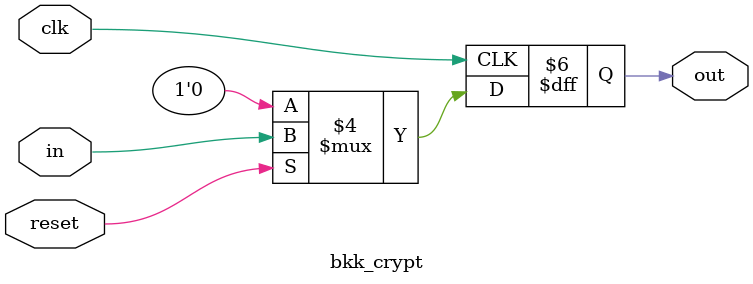
<source format=v>
module bkk_crypt (
  input in, clk, reset,
  output reg out
);

always @(posedge clk)
if (~reset) begin
  out <= 1'b0;
end else begin
  out <= in;
end

endmodule

</source>
